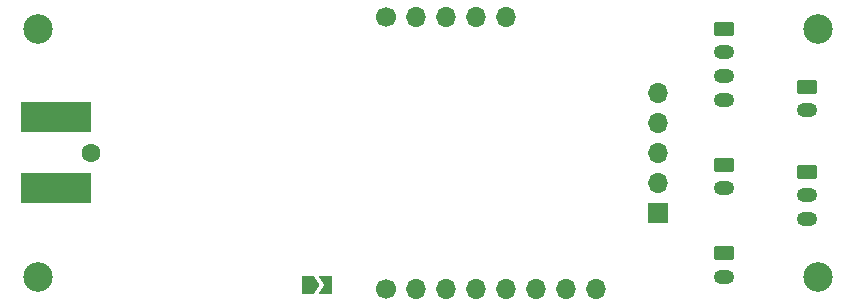
<source format=gbr>
%TF.GenerationSoftware,KiCad,Pcbnew,7.0.1*%
%TF.CreationDate,2023-03-20T19:36:53+01:00*%
%TF.ProjectId,LoRaProMini,4c6f5261-5072-46f4-9d69-6e692e6b6963,3.2*%
%TF.SameCoordinates,Original*%
%TF.FileFunction,Soldermask,Bot*%
%TF.FilePolarity,Negative*%
%FSLAX46Y46*%
G04 Gerber Fmt 4.6, Leading zero omitted, Abs format (unit mm)*
G04 Created by KiCad (PCBNEW 7.0.1) date 2023-03-20 19:36:53*
%MOMM*%
%LPD*%
G01*
G04 APERTURE LIST*
G04 Aperture macros list*
%AMRoundRect*
0 Rectangle with rounded corners*
0 $1 Rounding radius*
0 $2 $3 $4 $5 $6 $7 $8 $9 X,Y pos of 4 corners*
0 Add a 4 corners polygon primitive as box body*
4,1,4,$2,$3,$4,$5,$6,$7,$8,$9,$2,$3,0*
0 Add four circle primitives for the rounded corners*
1,1,$1+$1,$2,$3*
1,1,$1+$1,$4,$5*
1,1,$1+$1,$6,$7*
1,1,$1+$1,$8,$9*
0 Add four rect primitives between the rounded corners*
20,1,$1+$1,$2,$3,$4,$5,0*
20,1,$1+$1,$4,$5,$6,$7,0*
20,1,$1+$1,$6,$7,$8,$9,0*
20,1,$1+$1,$8,$9,$2,$3,0*%
%AMFreePoly0*
4,1,6,1.000000,0.000000,0.500000,-0.750000,-0.500000,-0.750000,-0.500000,0.750000,0.500000,0.750000,1.000000,0.000000,1.000000,0.000000,$1*%
%AMFreePoly1*
4,1,6,0.500000,-0.750000,-0.650000,-0.750000,-0.150000,0.000000,-0.650000,0.750000,0.500000,0.750000,0.500000,-0.750000,0.500000,-0.750000,$1*%
G04 Aperture macros list end*
%ADD10C,1.600000*%
%ADD11R,6.000000X2.500000*%
%ADD12C,2.500000*%
%ADD13RoundRect,0.250000X-0.625000X0.350000X-0.625000X-0.350000X0.625000X-0.350000X0.625000X0.350000X0*%
%ADD14O,1.750000X1.200000*%
%ADD15R,1.700000X1.700000*%
%ADD16O,1.700000X1.700000*%
%ADD17C,1.700000*%
%ADD18FreePoly0,0.000000*%
%ADD19FreePoly1,0.000000*%
G04 APERTURE END LIST*
D10*
%TO.C,AE1*%
X106449000Y-90690000D03*
D11*
X103440000Y-93692000D03*
X103440000Y-87692000D03*
%TD*%
D12*
%TO.C,REF\u002A\u002A*%
X101940000Y-101190000D03*
%TD*%
%TO.C,REF\u002A\u002A*%
X101940000Y-80190000D03*
%TD*%
D13*
%TO.C,J2*%
X167040000Y-92290000D03*
D14*
X167040000Y-94290000D03*
X167040000Y-96290000D03*
%TD*%
D13*
%TO.C,J1*%
X167040000Y-85090000D03*
D14*
X167040000Y-87090000D03*
%TD*%
D15*
%TO.C,J4*%
X154440000Y-95770000D03*
D16*
X154440000Y-93230000D03*
X154440000Y-90690000D03*
X154440000Y-88150000D03*
X154440000Y-85610000D03*
%TD*%
D12*
%TO.C,REF\u002A\u002A*%
X167940000Y-80190000D03*
%TD*%
%TO.C,REF\u002A\u002A*%
X167940000Y-101190000D03*
%TD*%
D13*
%TO.C,J7*%
X160040000Y-99190000D03*
D14*
X160040000Y-101190000D03*
%TD*%
D13*
%TO.C,J8*%
X160040000Y-91690000D03*
D14*
X160040000Y-93690000D03*
%TD*%
D17*
%TO.C,J5*%
X131440000Y-79190000D03*
D16*
X133980000Y-79190000D03*
X136520000Y-79190000D03*
X139060000Y-79190000D03*
X141600000Y-79190000D03*
%TD*%
D17*
%TO.C,J6*%
X131440000Y-102190000D03*
D16*
X133980000Y-102190000D03*
X136520000Y-102190000D03*
X139060000Y-102190000D03*
X141600000Y-102190000D03*
X144140000Y-102190000D03*
X146680000Y-102190000D03*
X149220000Y-102190000D03*
%TD*%
D13*
%TO.C,J3*%
X160040000Y-80190000D03*
D14*
X160040000Y-82190000D03*
X160040000Y-84190000D03*
X160040000Y-86190000D03*
%TD*%
D18*
%TO.C,JP1*%
X124840000Y-101870000D03*
D19*
X126290000Y-101870000D03*
%TD*%
M02*

</source>
